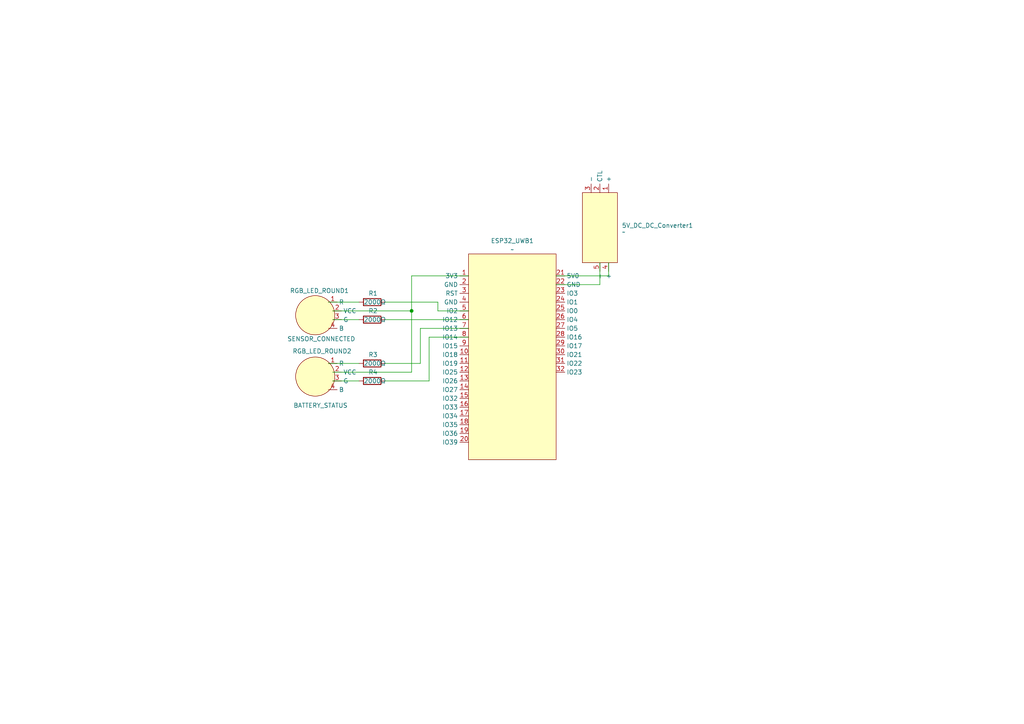
<source format=kicad_sch>
(kicad_sch (version 20250114) (generator "eeschema") (generator_version "9.0")
  (paper "A4")
  (title_block (title "Autocam Tag") (date "2025-03-02") (rev "v0.1"))
  (lib_symbols
    (symbol "Autocam:5V_DC_Converter_Rectangle"
      (property "Reference" "U?" (at 0 6.604 0))
      (symbol "5V_DC_Converter_Rectangle_1_1"
        (rectangle (start -10.16 5.08) (end 10.16 -5.08) (fill (type color) (color 255 255 194 1)))
        (pin power_in line (at -10.16 2.54 180) (length 2.54) (name "+") (number "1"))
        (pin input line (at -10.16 0 180) (length 2.54) (name "CTL") (number "2"))
        (pin power_in line (at -10.16 -2.54 180) (length 2.54) (name "-") (number "3"))
        (pin power_out line (at 10.16 2.54 0) (length 2.54) (name "+") (number "4"))
        (pin power_out line (at 10.16 0 0) (length 2.54) (name "-") (number "5"))
      )
    )
    (symbol "Autocam:ANODE_RGB_LED_Round"
      (property "Reference" "U?" (at 0 7.62 0))
      (symbol "ANODE_RGB_LED_Round_1_1"
        (circle (center 0 0) (radius 5.6796) (fill (type color) (color 255 255 194 1)))
        (pin power_in line (at -5.08 1.27 180) (length 2.54) (name "VCC") (number "2"))
        (pin passive line (at -5.08 -1.27 180) (length 2.54) (name "G") (number "3"))
        (pin passive line (at -3.81 3.81 180) (length 2.54) (name "R") (number "1"))
        (pin passive line (at -3.81 -3.81 180) (length 2.54) (name "B") (number "4"))
      )
    )
    (symbol "Autocam:Makersfab_ESP32_UWB"
      (property "Reference" "U?" (at -0.508 31.75 0))
      (symbol "Makersfab_ESP32_UWB_1_1"
        (rectangle (start -12.7 29.21) (end 12.7 -30.48) (fill (type color) (color 255 255 194 1)))
        (pin power_out line (at -12.7 22.86 180) (length 2.54) (name "3V3") (number "1"))
        (pin power_in line (at -12.7 20.32 180) (length 2.54) (name "GND") (number "2"))
        (pin input line (at -12.7 17.78 180) (length 2.54) (name "RST") (number "3"))
        (pin power_in line (at -12.7 15.24 180) (length 2.54) (name "GND") (number "4"))
        (pin bidirectional line (at -12.7 12.7 180) (length 2.54) (name "IO2") (number "5"))
        (pin bidirectional line (at -12.7 10.16 180) (length 2.54) (name "IO12") (number "6"))
        (pin bidirectional line (at -12.7 7.62 180) (length 2.54) (name "IO13") (number "7"))
        (pin bidirectional line (at -12.7 5.08 180) (length 2.54) (name "IO14") (number "8"))
        (pin bidirectional line (at -12.7 2.54 180) (length 2.54) (name "IO15") (number "9"))
        (pin bidirectional line (at -12.7 0 180) (length 2.54) (name "IO18") (number "10"))
        (pin bidirectional line (at -12.7 -2.54 180) (length 2.54) (name "IO19") (number "11"))
        (pin bidirectional line (at -12.7 -5.08 180) (length 2.54) (name "IO25") (number "12"))
        (pin bidirectional line (at -12.7 -7.62 180) (length 2.54) (name "IO26") (number "13"))
        (pin bidirectional line (at -12.7 -10.16 180) (length 2.54) (name "IO27") (number "14"))
        (pin bidirectional line (at -12.7 -12.7 180) (length 2.54) (name "IO32") (number "15"))
        (pin bidirectional line (at -12.7 -15.24 180) (length 2.54) (name "IO33") (number "16"))
        (pin bidirectional line (at -12.7 -17.78 180) (length 2.54) (name "IO34") (number "17"))
        (pin bidirectional line (at -12.7 -20.32 180) (length 2.54) (name "IO35") (number "18"))
        (pin bidirectional line (at -12.7 -22.86 180) (length 2.54) (name "IO36") (number "19"))
        (pin bidirectional line (at -12.7 -25.4 180) (length 2.54) (name "IO39") (number "20"))
        (pin power_in line (at 12.7 22.86 0) (length 2.54) (name "5V0") (number "21"))
        (pin power_in line (at 12.7 20.32 0) (length 2.54) (name "GND") (number "22"))
        (pin bidirectional line (at 12.7 17.78 0) (length 2.54) (name "IO3") (number "23"))
        (pin bidirectional line (at 12.7 15.24 0) (length 2.54) (name "IO1") (number "24"))
        (pin bidirectional line (at 12.7 12.7 0) (length 2.54) (name "IO0") (number "25"))
        (pin bidirectional line (at 12.7 10.16 0) (length 2.54) (name "IO4") (number "26"))
        (pin bidirectional line (at 12.7 7.62 0) (length 2.54) (name "IO5") (number "27"))
        (pin bidirectional line (at 12.7 5.08 0) (length 2.54) (name "IO16") (number "28"))
        (pin bidirectional line (at 12.7 2.54 0) (length 2.54) (name "IO17") (number "29"))
        (pin bidirectional line (at 12.7 0 0) (length 2.54) (name "IO21") (number "30"))
        (pin bidirectional line (at 12.7 -2.54 0) (length 2.54) (name "IO22") (number "31"))
        (pin bidirectional line (at 12.7 -5.08 0) (length 2.54) (name "IO23") (number "32"))
      )
    )
    (symbol "Device:R" (pin_numbers (hide yes)) (pin_names (offset 0))
      (property "Reference" "R" (at 2.032 0 90))
      (property "Value" "R" (at 0 0 90))
      (symbol "R_0_1"
        (rectangle (start -1.016 -2.54) (end 1.016 2.54) (stroke (width 0.254)))
      )
      (symbol "R_1_1"
        (pin passive line (at 0 3.81 270) (length 1.27) (name "~") (number "1"))
        (pin passive line (at 0 -3.81 90) (length 1.27) (name "~") (number "2"))
      )
    )
  )
  (junction (at 119.38 90.17))
  (wire (pts (xy 96.52 110.49) (xy 104.14 110.49)))
  (wire (pts (xy 127 90.17) (xy 135.89 90.17)))
  (wire (pts (xy 176.53 80.01) (xy 161.29 80.01)))
  (wire (pts (xy 119.38 80.01) (xy 119.38 90.17)))
  (wire (pts (xy 95.25 105.41) (xy 104.14 105.41)))
  (wire (pts (xy 96.52 92.71) (xy 104.14 92.71)))
  (wire (pts (xy 111.76 92.71) (xy 135.89 92.71)))
  (wire (pts (xy 127 87.63) (xy 127 90.17)))
  (wire (pts (xy 121.92 105.41) (xy 121.92 95.25)))
  (wire (pts (xy 121.92 95.25) (xy 135.89 95.25)))
  (wire (pts (xy 96.52 107.95) (xy 119.38 107.95)))
  (wire (pts (xy 176.53 76.2) (xy 176.53 80.01)))
  (wire (pts (xy 96.52 90.17) (xy 119.38 90.17)))
  (wire (pts (xy 111.76 105.41) (xy 121.92 105.41)))
  (wire (pts (xy 119.38 80.01) (xy 135.89 80.01)))
  (wire (pts (xy 124.46 97.79) (xy 135.89 97.79)))
  (wire (pts (xy 124.46 110.49) (xy 124.46 97.79)))
  (wire (pts (xy 111.76 87.63) (xy 127 87.63)))
  (wire (pts (xy 119.38 90.17) (xy 119.38 107.95)))
  (wire (pts (xy 173.99 82.55) (xy 161.29 82.55)))
  (wire (pts (xy 173.99 76.2) (xy 173.99 82.55)))
  (wire (pts (xy 95.25 87.63) (xy 104.14 87.63)))
  (wire (pts (xy 111.76 110.49) (xy 124.46 110.49)))
  (symbol (lib_id "Autocam:Makersfab_ESP32_UWB") (at 148.59 102.87 0) (unit 1)
    (property "Reference" "ESP32_UWB1" (at 148.59 69.85 0))
    (property "Value" "~" (at 148.59 72.39 0))
    (property "Footprint" "Autocam:Makersfab ESP32 UWB" (effects (hide yes)))
  )
  (symbol (lib_id "Device:R") (at 107.95 105.41 90) (unit 1)
    (property "Reference" "R3" (at 108.204 102.87 90))
    (property "Value" "2000Ω" (at 108.712 105.41 90))
    (property "Footprint" "Autocam:Simple Resistor" (effects (hide yes)))
    (property "Description" "Resistor" (effects (hide yes)))
  )
  (symbol (lib_id "Autocam:ANODE_RGB_LED_Round") (at 91.44 109.22 0) (mirror y) (unit 1)
    (property "Reference" "RGB_LED_ROUND2" (at 84.836 101.854 0) (effects (justify right)))
    (property "Value" "BATTERY_STATUS" (at 85.09 117.602 0) (effects (justify right)))
    (property "Footprint" "Autocam:Anode RGB LED (Round)" (effects (hide yes)))
  )
  (symbol (lib_id "Autocam:ANODE_RGB_LED_Round") (at 91.44 91.44 0) (mirror y) (unit 1)
    (property "Reference" "RGB_LED_ROUND1" (at 84.074 84.328 0) (effects (justify right)))
    (property "Value" "SENSOR_CONNECTED" (at 83.312 98.298 0) (effects (justify right)))
    (property "Footprint" "Autocam:Anode RGB LED (Round)" (effects (hide yes)))
  )
  (symbol (lib_id "Autocam:5V_DC_Converter_Rectangle") (at 173.99 66.04 270) (unit 1)
    (property "Reference" "5V_DC_DC_Converter1" (at 180.34 65.4049 90) (effects (justify left)))
    (property "Value" "~" (at 180.34 67.31 90) (effects (justify left)))
    (property "Footprint" "Autocam:5V DC-DC Step Up Converter (Rectangle)" (effects (hide yes)))
  )
  (symbol (lib_id "Device:R") (at 107.95 87.63 90) (unit 1)
    (property "Reference" "R1" (at 108.204 85.09 90))
    (property "Value" "2000Ω" (at 108.712 87.63 90))
    (property "Footprint" "Autocam:Simple Resistor" (effects (hide yes)))
    (property "Description" "Resistor" (effects (hide yes)))
  )
  (symbol (lib_id "Device:R") (at 107.95 110.49 90) (unit 1)
    (property "Reference" "R4" (at 108.204 107.95 90))
    (property "Value" "2000Ω" (at 108.712 110.49 90))
    (property "Footprint" "Autocam:Simple Resistor" (effects (hide yes)))
    (property "Description" "Resistor" (effects (hide yes)))
  )
  (symbol (lib_id "Device:R") (at 107.95 92.71 90) (unit 1)
    (property "Reference" "R2" (at 108.204 90.17 90))
    (property "Value" "2000Ω" (at 108.712 92.71 90))
    (property "Footprint" "Autocam:Simple Resistor" (effects (hide yes)))
    (property "Description" "Resistor" (effects (hide yes)))
  )
)
</source>
